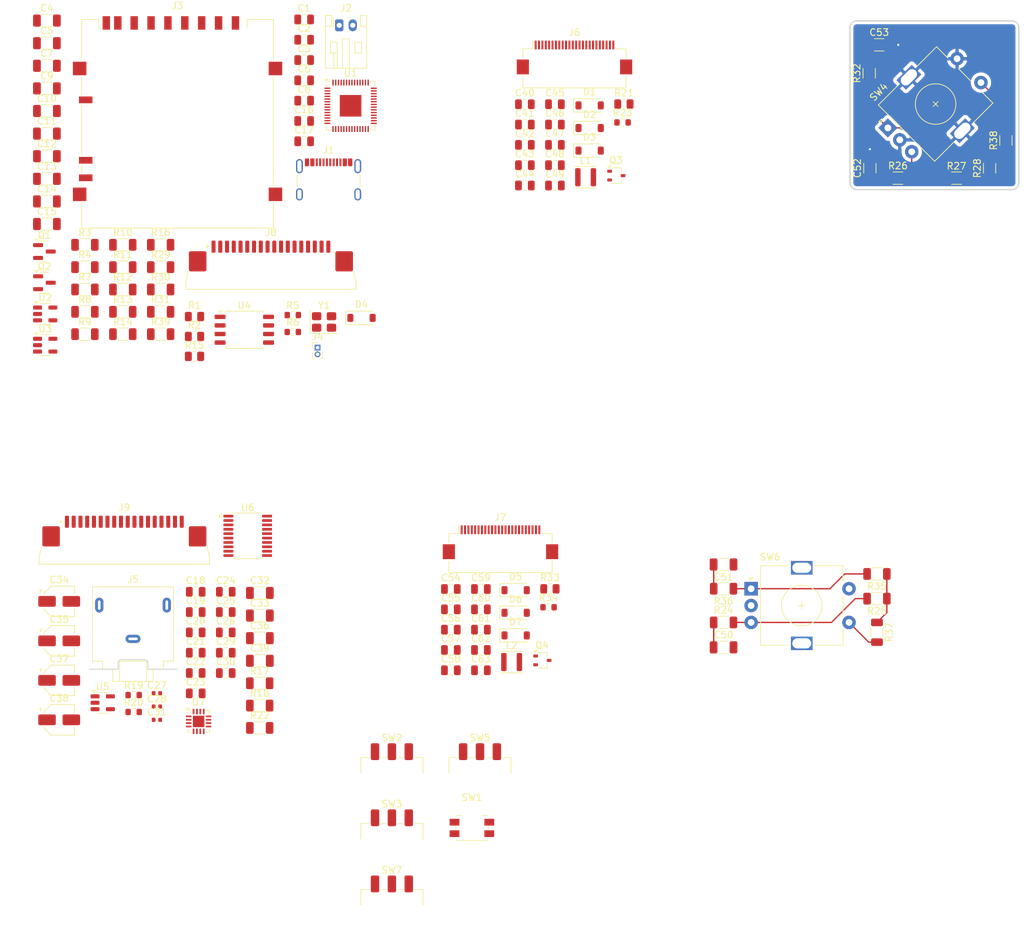
<source format=kicad_pcb>
(kicad_pcb (version 20241229) (generator "pcbnew") (generator_version "9.0")
  (layers (0 "F.Cu" signal) (2 "B.Cu" signal) (13 "F.Paste" user) (15 "B.Paste" user) (5 "F.SilkS" user "F.Silkscreen") (7 "B.SilkS" user "B.Silkscreen") (1 "F.Mask" user) (3 "B.Mask" user) (25 "Edge.Cuts" user))
  (net 0 "")
  (net 1 "GND")
  (net 2 "VCC")
  (net 3 "VBAT")
  (net 4 "+3.3VP")
  (net 5 "+1V1")
  (net 6 "+3V3")
  (net 7 "Net-(C16-Pad1)")
  (net 8 "Net-(U1-XIN)")
  (net 9 "+3.3VA")
  (net 10 "Net-(U7-INL+)")
  (net 11 "Net-(U7-INL-)")
  (net 12 "Net-(C21-Pad2)")
  (net 13 "Net-(U7-INR+)")
  (net 14 "Net-(U7-INR-)")
  (net 15 "Net-(C23-Pad2)")
  (net 16 "Net-(U7-CAP+)")
  (net 17 "Net-(U7-CAP-)")
  (net 18 "Net-(U7-HPVSS)")
  (net 19 "Net-(U7-HPVDD)")
  (net 20 "Net-(U6-CAPM)")
  (net 21 "Net-(U6-CAPP)")
  (net 22 "Net-(U6-VNEG)")
  (net 23 "Net-(U6-LDOO)")
  (net 24 "Net-(J6-Pin_18)")
  (net 25 "Net-(J6-Pin_22)")
  (net 26 "Net-(J6-Pin_5)")
  (net 27 "Net-(J6-Pin_20)")
  (net 28 "Net-(J6-Pin_24)")
  (net 29 "/control_side/screen_right/PREVGH")
  (net 30 "Net-(D1-A)")
  (net 31 "Net-(D2-A)")
  (net 32 "/control_side/screen_right/PREVGL")
  (net 33 "ENCODER_1_A")
  (net 34 "ENCODER_1_B")
  (net 35 "ENCODER_2_A")
  (net 36 "ENCODER_2_B")
  (net 37 "Net-(J7-Pin_18)")
  (net 38 "Net-(J7-Pin_22)")
  (net 39 "Net-(J7-Pin_5)")
  (net 40 "Net-(J7-Pin_20)")
  (net 41 "Net-(J7-Pin_24)")
  (net 42 "/peripheral_side/screen_left/PREVGH")
  (net 43 "Net-(D6-A)")
  (net 44 "Net-(D5-A)")
  (net 45 "/peripheral_side/screen_left/PREVGL")
  (net 46 "+5V")
  (net 47 "USB_D-")
  (net 48 "USB_D+")
  (net 49 "Net-(J1-CC1)")
  (net 50 "Net-(J1-CC2)")
  (net 51 "MOSI")
  (net 53 "SCK")
  (net 55 "MISO")
  (net 56 "SD_CS")
  (net 57 "Net-(J4-Pin_1)")
  (net 58 "Net-(U7-OUTL)")
  (net 59 "Net-(U7-OUTR)")
  (net 60 "DISPLAY_RESET_R")
  (net 62 "DISPLAY_DC")
  (net 63 "DISPLAY_CS_R")
  (net 64 "/control_side/screen_right/GDR")
  (net 65 "/control_side/screen_right/RESE")
  (net 66 "DISPLAY_MOSI")
  (net 67 "DISPLAY_BUSY_R")
  (net 72 "DISPLAY_BUSY_L")
  (net 75 "DISPLAY_RESET_L")
  (net 77 "/peripheral_side/screen_left/GDR")
  (net 78 "DISPLAY_CS_L")
  (net 79 "/peripheral_side/screen_left/RESE")
  (net 82 "ENCODER_2_PUSH")
  (net 83 "APP_SWITCH")
  (net 84 "I2S_LRCK")
  (net 85 "I2S_BCK")
  (net 86 "I2S_DATA")
  (net 87 "AMP_ENABLE")
  (net 88 "Net-(J9-Pin_17)")
  (net 89 "PERIPHERAL_ENABLE")
  (net 90 "Net-(U3-PROG)")
  (net 91 "Net-(U1-USB_DP)")
  (net 92 "Net-(U1-USB_DM)")
  (net 93 "FLASH_CS")
  (net 94 "Net-(U1-XOUT)")
  (net 95 "STAT")
  (net 96 "BUS_MONITOR")
  (net 97 "BATT_MONITOR")
  (net 98 "Net-(U1-RUN)")
  (net 99 "Net-(U7-G0)")
  (net 100 "Net-(SW2-B)")
  (net 101 "Net-(U6-OUTL)")
  (net 102 "Net-(U6-OUTR)")
  (net 103 "Net-(SW3-B)")
  (net 104 "Net-(R24-Pad2)")
  (net 105 "Net-(R26-Pad2)")
  (net 106 "Net-(R28-Pad2)")
  (net 107 "SD_WP")
  (net 108 "SD_CD")
  (net 109 "Net-(SW5-A)")
  (net 110 "Net-(R35-Pad2)")
  (net 111 "ENCODER_1_PUSH")
  (net 112 "Net-(U1-QSPI_SD0)")
  (net 113 "Net-(U1-QSPI_SCLK)")
  (net 114 "Net-(U1-QSPI_SD1)")
  (net 116 "Net-(U1-QSPI_SD2)")
  (net 117 "Net-(U1-QSPI_SD3)")
  (footprint "Capacitor_SMD:C_1206_3216Metric" (layer "F.Cu") (at 19.35 35.62)
    (property "Reference" "C12")
    (property "Value" "100n")
  )
  (footprint "Capacitor_SMD:C_0805_2012Metric" (layer "F.Cu") (at 79.18 99.76)
    (property "Reference" "C54")
    (property "Value" "1uF")
  )
  (footprint "Connector_Audio:Jack_3.5mm_CUI_SJ1-3523N_Horizontal" (layer "F.Cu") (at 32.105 107.14)
    (property "Reference" "J5")
    (property "Value" "AudioJack3")
    (fp_line (start -2.2 3.5) (end -2.2 4.5) (stroke (width 0.12)) (layer "Edge.Cuts"))
    (fp_line (start -2.2 4.5) (end -6.5 4.5) (stroke (width 0.12)) (layer "Edge.Cuts"))
    (fp_line (start 1.8 3.1) (end -1.8 3.1) (stroke (width 0.12)) (layer "Edge.Cuts"))
    (fp_line (start 2.2 3.5) (end 2.2 4.5) (stroke (width 0.12)) (layer "Edge.Cuts"))
    (fp_line (start 2.2 4.5) (end 6.5 4.5) (stroke (width 0.12)) (layer "Edge.Cuts"))
    (fp_arc (start -2.2 3.5) (mid -2.082843 3.217158) (end -1.8 3.1) (stroke (width 0.12)) (layer "Edge.Cuts"))
    (fp_arc (start 1.8 3.1) (mid 2.082843 3.217157) (end 2.2 3.5) (stroke (width 0.12)) (layer "Edge.Cuts"))
  )
  (footprint "Capacitor_SMD:C_1206_3216Metric" (layer "F.Cu") (at 19.35 22.22)
    (property "Reference" "C7")
    (property "Value" "100n")
  )
  (footprint "Capacitor_SMD:C_0805_2012Metric" (layer "F.Cu") (at 57.45 30.4)
    (property "Reference" "C16")
    (property "Value" "15p")
  )
  (footprint "Resistor_SMD:R_0603_1608Metric" (layer "F.Cu") (at 55.77 61.67)
    (property "Reference" "R6")
    (property "Value" "27.4")
  )
  (footprint "Capacitor_SMD:C_1206_3216Metric" (layer "F.Cu") (at 19.35 25.57)
    (property "Reference" "C9")
    (property "Value" "100n")
  )
  (footprint "Capacitor_SMD:C_0805_2012Metric" (layer "F.Cu") (at 41.39 109.2)
    (property "Reference" "C21")
    (property "Value" "1u")
  )
  (footprint "Capacitor_SMD:C_0805_2012Metric" (layer "F.Cu") (at 79.18 111.8)
    (property "Reference" "C58")
    (property "Value" "4.7uF")
  )
  (footprint "Capacitor_SMD:C_0805_2012Metric" (layer "F.Cu") (at 57.45 33.41)
    (property "Reference" "C17")
    (property "Value" "15p")
  )
  (footprint "Resistor_SMD:R_1206_3216Metric" (layer "F.Cu") (at 50.87 117.03)
    (property "Reference" "R18")
    (property "Value" "10k")
  )
  (footprint "Resistor_SMD:R_0805_2012Metric" (layer "F.Cu") (at 41.21 62.33)
    (property "Reference" "R2")
    (property "Value" "5.1k")
  )
  (footprint "Capacitor_SMD:C_0805_2012Metric" (layer "F.Cu") (at 90.14 39.96)
    (property "Reference" "C44")
    (property "Value" "4.7uF")
  )
  (footprint "Resistor_SMD:R_0603_1608Metric" (layer "F.Cu") (at 93.65 102.46)
    (property "Reference" "R34")
    (property "Value" "2.2")
  )
  (footprint "Capacitor_SMD:C_0805_2012Metric" (layer "F.Cu") (at 41.39 112.21)
    (property "Reference" "C22")
    (property "Value" "1u")
  )
  (footprint "Package_DFN_QFN:QFN-16-1EP_3x3mm_P0.5mm_EP1.7x1.7mm" (layer "F.Cu") (at 41.82 119.38)
    (property "Reference" "U7")
    (property "Value" "PAM8908")
  )
  (footprint "Capacitor_SMD:C_0805_2012Metric" (layer "F.Cu") (at 90.14 36.95)
    (property "Reference" "C43")
    (property "Value" "4.7uF")
  )
  (footprint "Capacitor_SMD:C_0805_2012Metric" (layer "F.Cu") (at 57.45 27.39)
    (property "Reference" "C8")
    (property "Value" "1u")
  )
  (footprint "Resistor_SMD:R_1206_3216Metric" (layer "F.Cu") (at 24.98 48.75)
    (property "Reference" "R3")
    (property "Value" "1k")
  )
  (footprint "Resistor_SMD:R_1206_3216Metric" (layer "F.Cu") (at 36.2 61.99)
    (property "Reference" "R39")
    (property "Value" "10k")
  )
  (footprint "Resistor_SMD:R_1206_3216Metric" (layer "F.Cu") (at 36.2 55.37)
    (property "Reference" "R30")
    (property "Value" "10k")
  )
  (footprint "Resistor_SMD:R_1206_3216Metric" (layer "F.Cu") (at 30.59 52.06)
    (property "Reference" "R11")
    (property "Value" "10k")
  )
  (footprint "Resistor_SMD:R_1206_3216Metric" (layer "F.Cu") (at 30.59 58.68)
    (property "Reference" "R13")
    (property "Value" "100k")
  )
  (footprint "Capacitor_SMD:C_0805_2012Metric" (layer "F.Cu") (at 83.63 102.77)
    (property "Reference" "C60")
    (property "Value" "4.7uF")
  )
  (footprint "Capacitor_SMD:C_1206_3216Metric" (layer "F.Cu") (at 19.35 18.87)
    (property "Reference" "C5")
    (property "Value" "100n")
  )
  (footprint "Connector_FFC-FPC:JUSHUO_AFA07-S18FCA-00_1x18-1MP_P1.0mm_Horizontal" (layer "F.Cu") (at 30.82 93.16)
    (property "Reference" "J9")
    (property "Value" "FFC Connector")
  )
  (footprint "Resistor_SMD:R_1206_3216Metric" (layer "F.Cu") (at 119.5675 104.71)
    (property "Reference" "R24")
    (property "Value" "10k")
  )
  (footprint "Capacitor_SMD:C_0805_2012Metric" (layer "F.Cu") (at 45.84 100.17)
    (property "Reference" "C24")
    (property "Value" "1u")
  )
  (footprint "Resistor_SMD:R_1206_3216Metric" (layer "F.Cu") (at 36.2 52.06)
    (property "Reference" "R29")
    (property "Value" "10k")
  )
  (footprint "Resistor_SMD:R_1206_3216Metric" (layer "F.Cu") (at 119.5675 99.71)
    (property "Reference" "R36")
    (property "Value" "10k")
  )
  (footprint "Capacitor_SMD:C_0805_2012Metric" (layer "F.Cu") (at 94.59 39.96)
    (property "Reference" "C49")
    (property "Value" "4.7uF")
  )
  (footprint "Package_DFN_QFN:QFN-56-1EP_7x7mm_P0.4mm_EP3.2x3.2mm" (layer "F.Cu") (at 64.33 28.15)
    (property "Reference" "U1")
    (property "Value" "RP2040")
  )
  (footprint "Capacitor_SMD:C_1206_3216Metric" (layer "F.Cu") (at 19.35 15.52)
    (property "Reference" "C4")
    (property "Value" "100n")
  )
  (footprint "Button_Switch_SMD:Panasonic_EVQPUK_EVQPUB" (layer "F.Cu") (at 82.295 135.16)
    (property "Reference" "SW1")
    (property "Value" "[reset button]")
  )
  (footprint "Capacitor_SMD:C_1206_3216Metric" (layer "F.Cu") (at 119.5675 108.4)
    (property "Reference" "C50")
    (property "Value" "100n")
  )
  (footprint "Capacitor_SMD:C_0805_2012Metric" (layer "F.Cu") (at 41.39 106.19)
    (property "Reference" "C20")
    (property "Value" "1u")
  )
  (footprint "Resistor_SMD:R_1206_3216Metric" (layer "F.Cu") (at 158.97 37.4075 90)
    (property "Reference" "R28")
    (property "Value" "10k")
  )
  (footprint "Resistor_SMD:R_1206_3216Metric" (layer "F.Cu") (at 154.07 38.87 180)
    (property "Reference" "R27")
    (property "Value" "10k")
  )
  (footprint "Resistor_SMD:R_1206_3216Metric" (layer "F.Cu") (at 142.29 106.17 -90)
    (property "Reference" "R37")
    (property "Value" "10k")
  )
  (footprint "Connector_FFC-FPC:Hirose_FH12-24S-0.5SH_1x24-1MP_P0.50mm_Horizontal" (layer "F.Cu") (at 86.53 92.83)
    (property "Reference" "J7")
    (property "Value" "FPC Connector")
  )
  (footprint "Capacitor_SMD:C_0805_2012Metric" (layer "F.Cu") (at 45.84 112.21)
    (property "Reference" "C30")
    (property "Value" "2.2n")
  )
  (footprint "Resistor_SMD:R_1206_3216Metric" (layer "F.Cu") (at 142.29 101.18 180)
    (property "Reference" "R25")
    (property "Value" "10k")
  )
  (footprint "Capacitor_SMD:C_0805_2012Metric" (layer "F.Cu") (at 45.84 109.2)
    (property "Reference" "C29")
    (property "Value" "2.2n")
  )
  (footprint "Capacitor_SMD:C_0805_2012Metric" (layer "F.Cu") (at 45.84 106.19)
    (property "Reference" "C26")
    (property "Value" "1u")
  )
  (footprint "Resistor_SMD:R_1206_3216Metric" (layer "F.Cu") (at 24.98 61.99)
    (property "Reference" "R9")
    (property "Value" "1k")
  )
  (footprint "Capacitor_SMD:C_0805_2012Metric" (layer "F.Cu") (at 90.14 30.93)
    (property "Reference" "C41")
    (property "Value" "1uF")
  )
  (footprint "Capacitor_SMD:C_1206_3216Metric" (layer "F.Cu") (at 50.89 100.34)
    (property "Reference" "C32")
    (property "Value" "0.1u")
  )
  (footprint "Capacitor_SMD:CP_Elec_4x4.5" (layer "F.Cu") (at 21.17 113.29)
    (property "Reference" "C37")
    (property "Value" "10u")
  )
  (footprint "Diode_SMD:D_SOD-123" (layer "F.Cu") (at 88.775 99.93)
    (property "Reference" "D5")
    (property "Value" "MBR0530")
  )
  (footprint "Rotary_Encoder:RotaryEncoder_Alps_EC11E-Switch_Vertical_H20mm" (layer "F.Cu") (at 143.904466 31.424466 45)
    (property "Reference" "SW4")
    (property "Value" "RotaryEncoder_Switch")
  )
  (footprint "Resistor_SMD:R_1206_3216Metric" (layer "F.Cu") (at 30.59 48.75)
    (property "Reference" "R10")
    (property "Value" "1k")
  )
  (footprint "Capacitor_SMD:C_0805_2012Metric" (layer "F.Cu") (at 94.59 27.92)
    (property "Reference" "C45")
    (property "Value" "1uF")
  )
  (footprint "Resistor_SMD:R_0603_1608Metric" (layer "F.Cu") (at 32.2 115.47)
    (property "Reference" "R19")
    (property "Value" "470")
  )
  (footprint "Capacitor_SMD:C_0402_1005Metric" (layer "F.Cu") (at 35.64 115.2)
    (property "Reference" "C27")
    (property "Value" "2.2u")
  )
  (footprint "Resistor_SMD:R_0603_1608Metric" (layer "F.Cu") (at 32.2 117.98)
    (property "Reference" "R20")
    (property "Value" "470")
  )
  (footprint "Capacitor_SMD:C_1206_3216Metric" (layer "F.Cu") (at 141.24 37.4 90)
    (property "Reference" "C52")
    (property "Value" "100n")
  )
  (footprint "Capacitor_SMD:C_1206_3216Metric" (layer "F.Cu") (at 50.89 103.69)
    (property "Reference" "C33")
    (property "Value" "0.1u")
  )
  (footprint "Connector_FFC-FPC:Hirose_FH12-24S-0.5SH_1x24-1MP_P0.50mm_Horizontal" (layer "F.Cu") (at 97.49 20.99)
    (property "Reference" "J6")
    (property "Value" "FPC Connector")
  )
  (footprint "Capacitor_SMD:C_1206_3216Metric" (layer "F.Cu") (at 50.89 107.04)
    (property "Reference" "C36")
    (property "Value" "0.1u")
  )
  (footprint "Button_Switch_SMD:SW_SPDT_CK_JS102011SAQN" (layer "F.Cu") (at 70.445 126.61)
    (property "Reference" "SW2")
    (property "Value" "SW_SPST")
  )
  (footprint "Resistor_SMD:R_1206_3216Metric" (layer "F.Cu") (at 50.87 113.72)
    (property "Reference" "R17")
    (property "Value" "10k")
  )
  (footprint "Diode_SMD:D_SOD-123" (layer "F.Cu") (at 88.775 103.28)
    (property "Reference" "D6")
    (property "Value" "MBR0530")
  )
  (footprint "Capacitor_SMD:C_0805_2012Metric" (layer "F.Cu") (at 94.59 36.95)
    (property "Reference" "C48")
    (property "Value" "4.7uF")
  )
  (footprint "Capacitor_SMD:C_0805_2012Metric" (layer "F.Cu") (at 41.39 100.17)
    (property "Reference" "C18")
    (property "Value" "1u")
  )
  (footprint "Capacitor_SMD:C_0805_2012Metric" (layer "F.Cu") (at 79.18 102.77)
    (property "Reference" "C55")
    (property "Value" "1uF")
  )
  (footprint "Resistor_SMD:R_1206_3216Metric" (layer "F.Cu") (at 36.2 58.68)
    (property "Reference" "R31")
    (property "Value" "10k")
  )
  (footprint "Capacitor_SMD:C_0805_2012Metric" (layer "F.Cu") (at 83.63 111.8)
    (property "Reference" "C63")
    (property "Value" "4.7uF")
  )
  (footprint "Capacitor_SMD:C_0805_2012Metric" (layer "F.Cu") (at 45.84 103.18)
    (property "Reference" "C25")
    (property "Value" "1u")
  )
  (footprint "Resistor_SMD:R_1206_3216Metric" (layer "F.Cu") (at 36.2 48.75)
    (property "Reference" "R16")
    (property "Value" "10k")
  )
  (footprint "Capacitor_SMD:C_0805_2012Metric" (layer "F.Cu") (at 83.63 105.78)
    (property "Reference" "C61")
    (property "Value" "4.7uF")
  )
  (footprint "Capacitor_SMD:C_0805_2012Metric" (layer "F.Cu") (at 57.45 15.35)
    (property "Reference" "C1")
    (property "Value" "10u")
  )
  (footprint "Capacitor_SMD:CP_Elec_4x4.5" (layer "F.Cu") (at 21.17 101.59)
    (property "Reference" "C34")
    (property "Value" "10u")
  )
  (footprint "Capacitor_SMD:C_1206_3216Metric" (layer "F.Cu") (at 19.35 38.97)
    (property "Reference" "C13")
    (property "Value" "100n")
  )
  (footprint "Resistor_SMD:R_1206_3216Metric" (layer "F.Cu") (at 50.87 120.34)
    (property "Reference" "R22")
    (property "Value" "10k")
  )
  (footprint "Resistor_SMD:R_1206_3216Metric" (layer "F.Cu") (at 161.39 33.28 90)
    (property "Reference" "R38")
    (property "Value" "10k")
  )
  (footprint "Resistor_SMD:R_0603_1608Metric" (layer "F.Cu") (at 55.77 59.16)
    (property "Reference" "R5")
    (property "Value" "27.4")
  )
  (footprint "Capacitor_SMD:C_0805_2012Metric" (layer "F.Cu") (at 94.59 30.93)
    (property "Reference" "C46")
    (property "Value" "4.7uF")
  )
  (footprint "Resistor_SMD:R_1206_3216Metric" (layer "F.Cu") (at 24.98 52.06)
    (property "Reference" "R4")
    (property "Value" "100k")
  )
  (footprint "Capacitor_SMD:C_1206_3216Metric" (layer "F.Cu") (at 19.35 45.67)
    (property "Reference" "C15")
    (property "Value" "100n")
  )
  (footprint "Diode_SMD:D_SOD-123" (layer "F.Cu") (at 99.735 31.44)
    (property "Reference" "D2")
    (property "Value" "MBR0530")
  )
  (footprint "Connector_PinHeader_1.00mm:PinHeader_1x02_P1.00mm_Vertical" (layer "F.Cu") (at 59.44 63.98)
    (property "Reference" "J4")
    (property "Value" "[bootstrap jumper]")
  )
  (footprint "Capacitor_SMD:C_1206_3216Metric" (layer "F.Cu") (at 19.35 28.92)
    (property "Reference" "C10")
    (property "Value" "100n")
  )
  (footprint "Package_SO:SOIC-8_5.3x5.3mm_P1.27mm" (layer "F.Cu") (at 48.59 61.33)
    (property "Reference" "U4")
    (property "Value" "W25Q128JVS")
  )
  (footprint "Connector_FFC-FPC:JUSHUO_AFA07-S18FCA-00_1x18-1MP_P1.0mm_Horizontal" (layer "F.Cu") (at 52.53 52.4)
    (property "Reference" "J8")
    (property "Value" "FFC Connector")
  )
  (footprint "Diode_SMD:D_SOD-123" (layer "F.Cu") (at 65.945 59.58)
    (property "Reference" "D4")
    (property "Value" "MBR120")
  )
  (footprint "Capacitor_SMD:C_0402_1005Metric" (layer "F.Cu") (at 35.64 117.17)
    (property "Reference" "C28")
    (property "Value" "2.2u")
  )
  (footprint "Button_Switch_SMD:SW_SPDT_CK_JS102011SAQN" (layer "F.Cu") (at 70.445 136.41)
    (property "Reference" "SW3")
    (property "Value" "SW_SPST")
  )
  (footprint "Package_TO_SOT_SMD:SOT-23" (layer "F.Cu") (at 18.98 54.37)
    (property "Reference" "Q2")
    (property "Value" "DMG3415")
  )
  (footprint "Rotary_Encoder:RotaryEncoder_Alps_EC11E-Switch_Vertical_H20mm" (layer "F.Cu") (at 123.65 99.71)
    (property "Reference" "SW6")
    (property "Value" "RotaryEncoder_Switch")
  )
  (footprint "Resistor_SMD:R_0805_2012Metric" (layer "F.Cu") (at 93.85 99.73)
    (property "Reference" "R33")
    (property "Value" "1M")
  )
  (footprint "Capacitor_SMD:C_0805_2012Metric" (layer "F.Cu") (at 41.39 103.18)
    (property "Reference" "C19")
    (property "Value" "1u")
  )
  (footprint "Capacitor_SMD:C_1206_3216Metric" (layer "F.Cu") (at 19.35 42.32)
    (property "Reference" "C14")
    (property "Value" "100n")
  )
  (footprint "Resistor_SMD:R_0603_1608Metric" (layer "F.Cu") (at 104.61 30.62)
    (property "Reference" "R23")
    (property "Value" "2.2")
  )
  (footprint "Diode_SMD:D_SOD-123" (layer "F.Cu") (at 99.735 34.79)
    (property "Reference" "D3")
    (property "Value" "MBR0530")
  )
  (footprint "Capacitor_SMD:C_0805_2012Metric" (layer "F.Cu") (at 41.39 115.22)
    (property "Reference" "C23")
    (property "Value" "1u")
  )
  (footprint "Package_TO_SOT_SMD:SOT-23-5" (layer "F.Cu") (at 19.1 63.62)
    (property "Reference" "U3")
    (property "Value" "MCP73831-2-OT")
  )
  (footprint "Package_TO_SOT_SMD:SOT-323_SC-70" (layer "F.Cu") (at 103.69 38.495)
    (property "Reference" "Q3")
    (property "Value" "Si1308EDL")
  )
  (footprint "Capacitor_SMD:C_1206_3216Metric" (layer "F.Cu") (at 142.62 19.12)
    (property "Reference" "C53")
    (property "Value" "100n")
  )
  (footprint "Package_TO_SOT_SMD:SOT-23-5" (layer "F.Cu") (at 27.62 116.615)
    (property "Reference" "U5")
    (property "Value" "TLV70033_SOT23-5")
  )
  (footprint "Button_Switch_SMD:SW_SPDT_CK_JS102011SAQN" (layer "F.Cu") (at 70.445 146.21)
    (property "Reference" "SW7")
    (property "Value" "SW_SPST")
  )
  (footprint "Resistor_SMD:R_1206_3216Metric" (layer "F.Cu") (at 30.59 61.99)
    (property "Reference" "R14")
    (property "Value" "100k")
  )
  (footprint "Resistor_SMD:R_1206_3216Metric" (layer "F.Cu") (at 24.98 58.68)
    (property "Reference" "R8")
    (property "Value" "10k")
  )
  (footprint "Capacitor_SMD:C_0805_2012Metric" (layer "F.Cu") (at 90.14 33.94)
    (property "Reference" "C42")
    (property "Value" "4.7uF")
  )
  (footprint "Resistor_SMD:R_1206_3216Metric" (layer "F.Cu") (at 141.14 23.34 90)
    (property "Reference" "R32")
    (property "Value" "10k")
  )
  (footprint "Resistor_SMD:R_0805_2012Metric" (layer "F.Cu") (at 41.21 59.38)
    (property "Reference" "R1")
    (property "Value" "5.1k")
  )
  (footprint "Button_Switch_SMD:SW_SPDT_CK_JS102011SAQN" (layer "F.Cu") (at 83.495 126.61)
    (property "Reference" "SW5")
    (property "Value" "SW_SPST")
  )
  (footprint "Connector_Card:SD_Hirose_DM1AA_SF_PEJ82" (layer "F.Cu") (at 38.7 30.82)
    (property "Reference" "J3")
    (property "Value" "SD_Card_Receptacle")
  )
  (footprint "Capacitor_SMD:C_0805_2012Metric" (layer "F.Cu") (at 83.63 99.76)
    (property "Reference" "C59")
    (property "Value" "1uF")
  )
  (footprint "Resistor_SMD:R_1206_3216Metric" (layer "F.Cu") (at 142.29 97.52 180)
    (property "Reference" "R35")
    (property "Value" "10k")
  )
  (footprint "Inductor_SMD:L_APV_ANR3015" (layer "F.Cu") (at 88.18 110.58)
    (property "Reference" "L2")
    (property "Value" "47uH")
  )
  (footprint "Diode_SMD:D_SOD-123" (layer "F.Cu") (at 88.775 106.63)
    (property "Reference" "D7")
    (property "Value" "MBR0530")
  )
  (footprint "Capacitor_SMD:C_1206_3216Metric" (layer "F.Cu") (at 19.35 32.27)
    (property "Reference" "C11")
    (property "Value" "100n")
  )
  (footprint "Resistor_SMD:R_1206_3216Metric" (layer "F.Cu") (at 145.4 38.87)
    (property "Reference" "R26")
    (property "Value" "10k")
  )
  (footprint "Package_TO_SOT_SMD:SOT-23" (layer "F.Cu") (at 18.98 49.745)
    (property "Reference" "Q1")
    (property "Value" "DMG3415")
  )
  (footprint "Inductor_SMD:L_APV_ANR3015" (layer "F.Cu") (at 99.14 38.74)
    (property "Reference" "L1")
    (property "Value" "47uH")
  )
  (footprint "Capacitor_SMD:C_0402_1005Metric" (layer "F.Cu") (at 35.64 119.14)
    (property "Reference" "C31")
    (property "Value" "2.2u")
  )
  (footprint "Capacitor_SMD:C_0805_2012Metric" (layer "F.Cu") (at 57.45 18.36)
    (property "Reference" "C2")
    (property "Value" "10u")
  )
  (footprint "Package_TO_SOT_SMD:SOT-23-5" (layer "F.Cu") (at 19.1 58.995)
    (property "Reference" "U2")
    (property "Value" "XC6220B331MR")
  )
  (footprint "Capacitor_SMD:C_0805_2012Metric" (layer "F.Cu") (at 57.45 21.37)
    (property "Reference" "C3")
    (property "Value" "10u")
  )
  (footprint "Crystal:Crystal_SMD_3225-4Pin_3.2x2.5mm" (layer "F.Cu") (at 60.4 60.18)
    (property "Reference" "Y1")
    (property "Value" "ABM8-272-T3")
  )
  (footprint "Capacitor_SMD:C_0805_2012Metric" (layer "F.Cu") (at 57.45 24.38)
    (property "Reference" "C6")
    (property "Value" "1u")
  )
  (footprint "Capacitor_SMD:CP_Elec_4x4.5" (layer "F.Cu") (at 21.17 119.14)
    (property "Reference" "C38")
    (property "Value" "10u")
  )
  (footprint "Resistor_SMD:R_0805_2012Metric" (layer "F.Cu") (at 41.21 65.28)
    (property "Reference" "R15")
    (property "Value" "200k")
  )
  (footprint "Resistor_SMD:R_1206_3216Metric" (layer "F.Cu") (at 30.59 55.37)
    (property "Reference" "R12")
    (property "Value" "100k")
  )
  (footprint "Capacitor_SMD:C_0805_2012Metric" (layer "F.Cu") (at 90.14 27.92)
    (property "Reference" "C40")
    (property "Value" "1uF")
  )
  (footprint "Capacitor_SMD:CP_Elec_4x4.5" (layer "F.Cu") (at 21.17 107.44)
    (property "Reference" "C35")
    (property "Value" "10u")
  )
  (footprint "Connector_USB:USB_C_Receptacle_GCT_USB4105-xx-A_16P_TopMnt_Horizontal" (layer "F.Cu") (at 61.07 40.2)
    (property "Reference" "J1")
    (property "Value" "USB_C_Receptacle_USB2.0_14P")
  )
  (footprint "Capacitor_SMD:C_0805_2012Metric" (layer "F.Cu") (at 79.18 105.78)
    (property "Reference" "C56")
    (property "Value" "4.7uF")
  )
  (footprint "Capacitor_SMD:C_1206_3216Metric" (layer "F.Cu") (at 50.89 110.39)
    (property "Reference" "C39")
    (property "Value" "0.1u")
  )
  (footprint "Connector_JST:JST_PH_S2B-PH-K_1x02_P2.00mm_Horizontal" (layer "F.Cu") (at 62.65 16.22)
    (property "Reference" "J2")
    (property "Value" "[battery]")
  )
  (footprint "Resistor_SMD:R_1206_3216Metric" (layer "F.Cu") (at 24.98 55.37)
    (property "Reference" "R7")
    (property "Value" "10k")
  )
  (footprint "Package_SO:TSSOP-20_4.4x6.5mm_P0.65mm" (layer "F.Cu") (at 49.095 91.88)
    (property "Reference" "U6")
    (property "Value" "PCM5102A")
  )
  (footprint "Capacitor_SMD:C_0805_2012Metric" (layer "F.Cu") (at 79.18 108.79)
    (property "Reference" "C57")
    (property "Value" "4.7uF")
  )
  (footprint "Capacitor_SMD:C_1206_3216Metric" (layer "F.Cu") (at 119.5675 96.12)
    (property "Reference" "C51")
    (property "Value" "100n")
  )
  (footprint "Package_TO_SOT_SMD:SOT-323_SC-70" (layer "F.Cu") (at 92.73 110.335)
    (property "Reference" "Q4")
    (property "Value" "Si1308EDL")
  )
  (footprint "Capacitor_SMD:C_0805_2012Metric" (layer "F.Cu") (at 83.63 108.79)
    (property "Reference" "C62")
    (property "Value" "4.7uF")
  )
  (footprint "Resistor_SMD:R_0805_2012Metric" (layer "F.Cu") (at 104.81 27.89)
    (property "Reference" "R21")
    (property "Value" "1M")
  )
  (footprint "Capacitor_SMD:C_0805_2012Metric" (layer "F.Cu") (at 94.59 33.94)
    (property "Reference" "C47")
    (property "Value" "4.7uF")
  )
  (footprint "Diode_SMD:D_SOD-123" (layer "F.Cu") (at 99.735 28.09)
    (property "Reference" "D1")
    (property "Value" "MBR0530")
  )
  (gr_line (start 138.298757 39.565708) (end 138.298757 16.565708) (stroke (width 0.2)) (layer "Edge.Cuts"))
  (gr_arc (start 138.298757 16.565708) (mid 138.591645 15.858581) (end 139.298757 15.565708) (stroke (width 0.2)) (layer "Edge.Cuts"))
  (gr_line (start 139.298757 15.565708) (end 162.298757 15.565708) (stroke (width 0.2)) (layer "Edge.Cuts"))
  (gr_arc (start 163.298757 39.565708) (mid 163.005858 40.272794) (end 162.298757 40.565708) (stroke (width 0.2)) (layer "Edge.Cuts"))
  (gr_line (start 162.298757 40.565708) (end 139.298757 40.565708) (stroke (width 0.2)) (layer "Edge.Cuts"))
  (gr_arc (start 162.298757 15.565708) (mid 163.005889 15.858587) (end 163.298757 16.565708) (stroke (width 0.2)) (layer "Edge.Cuts"))
  (gr_line (start 163.298757 16.565708) (end 163.298757 39.565708) (stroke (width 0.2)) (layer "Edge.Cuts"))
  (gr_arc (start 139.298757 40.565708) (mid 138.59165 40.272815) (end 138.298757 39.565708) (stroke (width 0.2)) (layer "Edge.Cuts"))
  (segment (start 141.24 35.924999) (end 141.24 34.58) (width 0.2) (layer "F.Cu") (net 1))
  (segment (start 144.095 19.12) (end 145.44 19.12) (width 0.2) (layer "F.Cu") (net 1))
  (via (at 141.24 34.58) (size 0.6) (drill 0.3) (layers "F.Cu" "B.Cu") (net 1))
  (via (at 145.44 19.12) (size 0.6) (drill 0.3) (layers "F.Cu" "B.Cu") (net 1))
  (segment (start 143.7525 103.245) (end 143.7525 101.18) (width 0.2) (layer "F.Cu") (net 4))
  (segment (start 142.29 104.7075) (end 143.7525 103.245) (width 0.2) (layer "F.Cu") (net 4))
  (segment (start 158.97 38.87) (end 161.39 36.45) (width 0.2) (layer "F.Cu") (net 4))
  (segment (start 155.5325 38.87) (end 158.97 38.87) (width 0.2) (layer "F.Cu") (net 4))
  (segment (start 161.39 36.45) (end 161.39 34.7425) (width 0.2) (layer "F.Cu") (net 4))
  (segment (start 143.7525 97.52) (end 143.7525 101.18) (width 0.2) (layer "F.Cu") (net 4))
  (segment (start 118.105 99.71) (end 118.105 96.132501) (width 0.2) (layer "F.Cu") (net 33))
  (segment (start 118.105 96.132501) (end 118.092499 96.12) (width 0.2) (layer "F.Cu") (net 33))
  (segment (start 118.105 108.387499) (end 118.092499 108.4) (width 0.2) (layer "F.Cu") (net 34))
  (segment (start 118.105 104.71) (end 118.105 108.387499) (width 0.2) (layer "F.Cu") (net 34))
  (segment (start 141.145 19.12) (end 141.145 21.8725) (width 0.2) (layer "F.Cu") (net 35))
  (segment (start 141.145 21.8725) (end 141.14 21.8775) (width 0.2) (layer "F.Cu") (net 35))
  (segment (start 143.9375 38.87) (end 141.245001 38.87) (width 0.2) (layer "F.Cu") (net 36))
  (segment (start 141.245001 38.87) (end 141.24 38.875001) (width 0.2) (layer "F.Cu") (net 36))
  (segment (start 161.39 28.403904) (end 161.39 31.8175) (width 0.2) (layer "F.Cu") (net 82))
  (segment (start 157.693048 24.706952) (end 161.39 28.403904) (width 0.2) (layer "F.Cu") (net 82))
  (segment (start 139.08 101.18) (end 140.8275 101.18) (width 0.2) (layer "F.Cu") (net 104))
  (segment (start 123.65 104.71) (end 135.55 104.71) (width 0.2) (layer "F.Cu") (net 104))
  (segment (start 135.55 104.71) (end 139.08 101.18) (width 0.2) (layer "F.Cu") (net 104))
  (segment (start 123.65 104.71) (end 121.03 104.71) (width 0.2) (layer "F.Cu") (net 104))
  (segment (start 146.8625 37.3975) (end 147.44 36.82) (width 0.2) (layer "F.Cu") (net 105))
  (segment (start 146.8625 38.87) (end 146.8625 37.3975) (width 0.2) (layer "F.Cu") (net 105))
  (segment (start 146.8625 38.87) (end 152.6075 38.87) (width 0.2) (layer "F.Cu") (net 105))
  (segment (start 147.44 36.82) (end 147.44 34.96) (width 0.2) (layer "F.Cu") (net 105))
  (segment (start 143.904466 31.424466) (end 141.14 28.66) (width 0.2) (layer "F.Cu") (net 106))
  (segment (start 141.14 28.66) (end 141.14 24.8025) (width 0.2) (layer "F.Cu") (net 106))
  (segment (start 158.97 35.945) (end 153.475 35.945) (width 0.2) (layer "F.Cu") (net 106))
  (segment (start 153.475 35.945) (end 148.954466 31.424466) (width 0.2) (layer "F.Cu") (net 106))
  (segment (start 148.954466 31.424466) (end 143.904466 31.424466) (width 0.2) (layer "F.Cu") (net 106))
  (segment (start 137.52 97.52) (end 135.33 99.71) (width 0.2) (layer "F.Cu") (net 110))
  (segment (start 140.8275 97.52) (end 137.52 97.52) (width 0.2) (layer "F.Cu") (net 110))
  (segment (start 135.33 99.71) (end 123.65 99.71) (width 0.2) (layer "F.Cu") (net 110))
  (segment (start 123.65 99.71) (end 121.03 99.71) (width 0.2) (layer "F.Cu") (net 110))
  (segment (start 138.15 104.71) (end 141.0725 107.6325) (width 0.2) (layer "F.Cu") (net 111))
  (segment (start 141.0725 107.6325) (end 142.29 107.6325) (width 0.2) (layer "F.Cu") (net 111))
  (zone (net 1) (net_name "GND") (layer "B.Cu") (connect_pads (clearance 0.5)) (min_thickness 0.25) (fill yes (thermal_gap 0.5) (thermal_bridge_width 0.5))
    (polygon (pts (xy 163.67 15.27) (xy 163.68 41.22) (xy 137.95 41.22) (xy 137.94 15.33) (xy 137.94 15.27)))
  )
)
</source>
